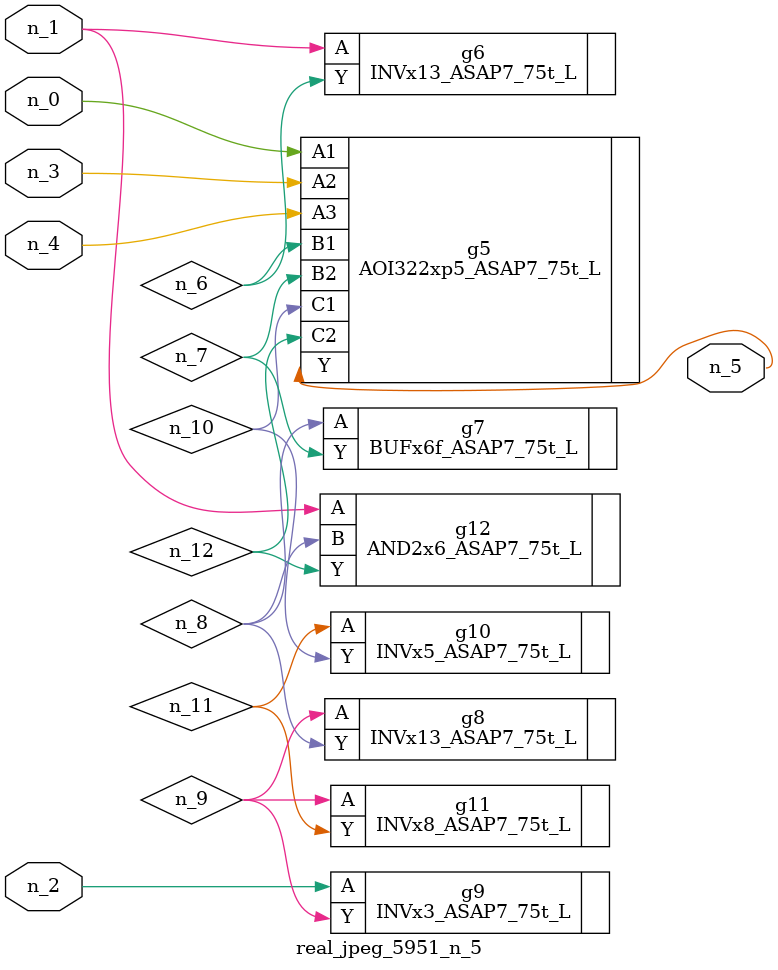
<source format=v>
module real_jpeg_5951_n_5 (n_4, n_0, n_1, n_2, n_3, n_5);

input n_4;
input n_0;
input n_1;
input n_2;
input n_3;

output n_5;

wire n_12;
wire n_8;
wire n_11;
wire n_6;
wire n_7;
wire n_10;
wire n_9;

AOI322xp5_ASAP7_75t_L g5 ( 
.A1(n_0),
.A2(n_3),
.A3(n_4),
.B1(n_6),
.B2(n_7),
.C1(n_10),
.C2(n_12),
.Y(n_5)
);

INVx13_ASAP7_75t_L g6 ( 
.A(n_1),
.Y(n_6)
);

AND2x6_ASAP7_75t_L g12 ( 
.A(n_1),
.B(n_8),
.Y(n_12)
);

INVx3_ASAP7_75t_L g9 ( 
.A(n_2),
.Y(n_9)
);

BUFx6f_ASAP7_75t_L g7 ( 
.A(n_8),
.Y(n_7)
);

INVx13_ASAP7_75t_L g8 ( 
.A(n_9),
.Y(n_8)
);

INVx8_ASAP7_75t_L g11 ( 
.A(n_9),
.Y(n_11)
);

INVx5_ASAP7_75t_L g10 ( 
.A(n_11),
.Y(n_10)
);


endmodule
</source>
